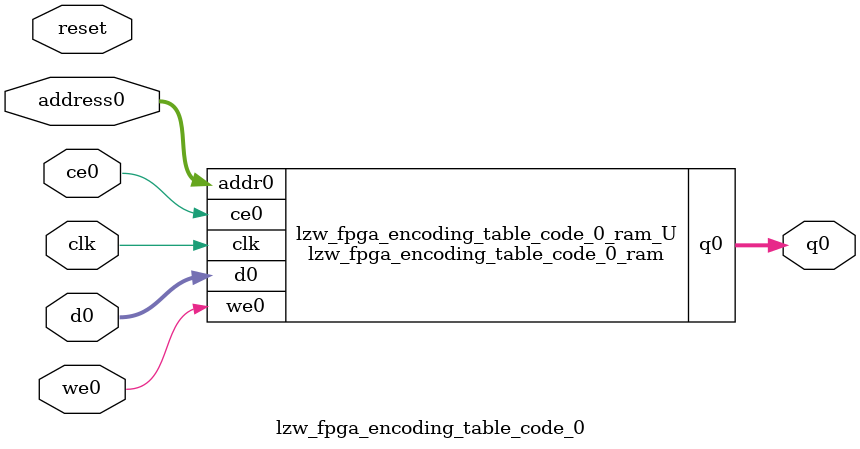
<source format=v>
`timescale 1 ns / 1 ps
module lzw_fpga_encoding_table_code_0_ram (addr0, ce0, d0, we0, q0,  clk);

parameter DWIDTH = 32;
parameter AWIDTH = 8;
parameter MEM_SIZE = 256;

input[AWIDTH-1:0] addr0;
input ce0;
input[DWIDTH-1:0] d0;
input we0;
output reg[DWIDTH-1:0] q0;
input clk;

reg [DWIDTH-1:0] ram[0:MEM_SIZE-1];




always @(posedge clk)  
begin 
    if (ce0) begin
        if (we0) 
            ram[addr0] <= d0; 
        q0 <= ram[addr0];
    end
end


endmodule

`timescale 1 ns / 1 ps
module lzw_fpga_encoding_table_code_0(
    reset,
    clk,
    address0,
    ce0,
    we0,
    d0,
    q0);

parameter DataWidth = 32'd32;
parameter AddressRange = 32'd256;
parameter AddressWidth = 32'd8;
input reset;
input clk;
input[AddressWidth - 1:0] address0;
input ce0;
input we0;
input[DataWidth - 1:0] d0;
output[DataWidth - 1:0] q0;



lzw_fpga_encoding_table_code_0_ram lzw_fpga_encoding_table_code_0_ram_U(
    .clk( clk ),
    .addr0( address0 ),
    .ce0( ce0 ),
    .we0( we0 ),
    .d0( d0 ),
    .q0( q0 ));

endmodule


</source>
